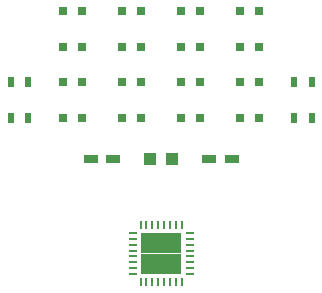
<source format=gbs>
G04 #@! TF.GenerationSoftware,KiCad,Pcbnew,5.1.0*
G04 #@! TF.CreationDate,2019-04-19T18:29:55+02:00*
G04 #@! TF.ProjectId,Watch,57617463-682e-46b6-9963-61645f706362,rev?*
G04 #@! TF.SameCoordinates,Original*
G04 #@! TF.FileFunction,Soldermask,Bot*
G04 #@! TF.FilePolarity,Negative*
%FSLAX46Y46*%
G04 Gerber Fmt 4.6, Leading zero omitted, Abs format (unit mm)*
G04 Created by KiCad (PCBNEW 5.1.0) date 2019-04-19 18:29:55*
%MOMM*%
%LPD*%
G04 APERTURE LIST*
%ADD10R,1.200000X0.750000*%
%ADD11R,0.800000X0.800000*%
%ADD12R,0.500000X0.900000*%
%ADD13R,0.250000X0.700000*%
%ADD14R,0.700000X0.250000*%
%ADD15R,1.725000X1.725000*%
%ADD16R,1.050000X1.100000*%
G04 APERTURE END LIST*
D10*
X141550000Y-103000000D03*
X143450000Y-103000000D03*
X133450000Y-103000000D03*
X131550000Y-103000000D03*
D11*
X145800000Y-90500000D03*
X144200000Y-90500000D03*
X145800000Y-93500000D03*
X144200000Y-93500000D03*
X145800000Y-96500000D03*
X144200000Y-96500000D03*
X145800000Y-99500000D03*
X144200000Y-99500000D03*
X140800000Y-90500000D03*
X139200000Y-90500000D03*
X140800000Y-93500000D03*
X139200000Y-93500000D03*
X140800000Y-96500000D03*
X139200000Y-96500000D03*
X140800000Y-99500000D03*
X139200000Y-99500000D03*
X135800000Y-90500000D03*
X134200000Y-90500000D03*
X135800000Y-93500000D03*
X134200000Y-93500000D03*
X135800000Y-96500000D03*
X134200000Y-96500000D03*
X135800000Y-99500000D03*
X134200000Y-99500000D03*
X130800000Y-90500000D03*
X129200000Y-90500000D03*
X130800000Y-93500000D03*
X129200000Y-93500000D03*
X130800000Y-96500000D03*
X129200000Y-96500000D03*
X130800000Y-99500000D03*
X129200000Y-99500000D03*
D12*
X126250000Y-96500000D03*
X124750000Y-96500000D03*
X126250000Y-99500000D03*
X124750000Y-99500000D03*
X148750000Y-96500000D03*
X150250000Y-96500000D03*
X148750000Y-99500000D03*
X150250000Y-99500000D03*
D13*
X135750000Y-108600000D03*
X136250000Y-108600000D03*
X136750000Y-108600000D03*
X137250000Y-108600000D03*
X137750000Y-108600000D03*
X138250000Y-108600000D03*
X138750000Y-108600000D03*
X139250000Y-108600000D03*
D14*
X139900000Y-109250000D03*
X139900000Y-109750000D03*
X139900000Y-110250000D03*
X139900000Y-110750000D03*
X139900000Y-111250000D03*
X139900000Y-111750000D03*
X139900000Y-112250000D03*
X139900000Y-112750000D03*
D13*
X139250000Y-113400000D03*
X138750000Y-113400000D03*
X138250000Y-113400000D03*
X137750000Y-113400000D03*
X137250000Y-113400000D03*
X136750000Y-113400000D03*
X136250000Y-113400000D03*
X135750000Y-113400000D03*
D14*
X135100000Y-112750000D03*
X135100000Y-112250000D03*
X135100000Y-111750000D03*
X135100000Y-111250000D03*
X135100000Y-110750000D03*
X135100000Y-110250000D03*
X135100000Y-109750000D03*
X135100000Y-109250000D03*
D15*
X138362500Y-111862500D03*
X136637500Y-111862500D03*
X138362500Y-110137500D03*
X136637500Y-110137500D03*
D16*
X136575000Y-103000000D03*
X138425000Y-103000000D03*
M02*

</source>
